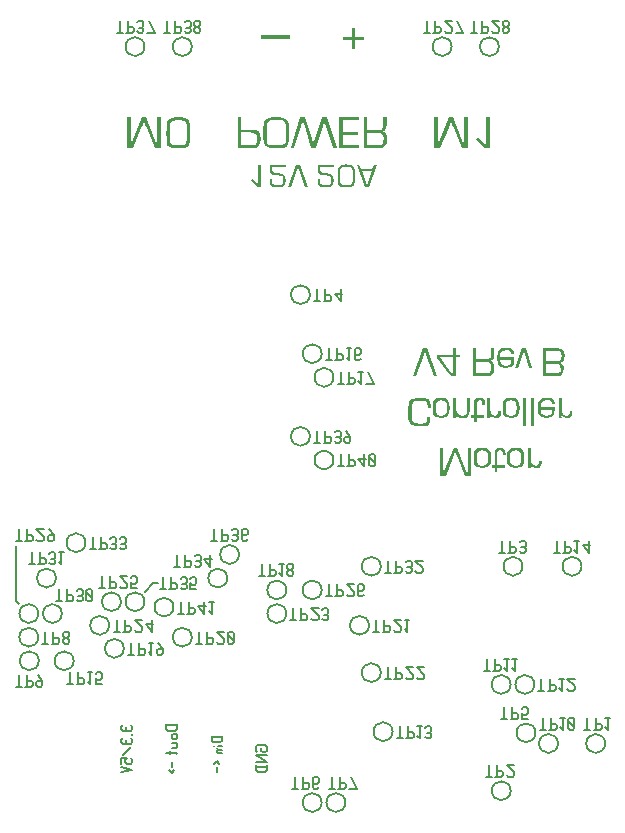
<source format=gbr>
G04 start of page 12 for group -4078 idx -4078 *
G04 Title: (unknown), bottomsilk *
G04 Creator: pcb 20140316 *
G04 CreationDate: Mon 04 Feb 2019 13:49:25 GMT UTC *
G04 For: kier *
G04 Format: Gerber/RS-274X *
G04 PCB-Dimensions (mil): 2755.91 3543.31 *
G04 PCB-Coordinate-Origin: lower left *
%MOIN*%
%FSLAX25Y25*%
%LNBOTTOMSILK*%
%ADD177C,0.0059*%
%ADD176C,0.0079*%
%ADD175C,0.0001*%
G54D175*G36*
X124642Y305596D02*Y306877D01*
X134191D01*
Y305596D01*
X124642D01*
G37*
G36*
X155073Y309459D02*X156115D01*
Y306420D01*
X159109D01*
Y305444D01*
X156115D01*
Y302407D01*
X155073D01*
Y305444D01*
X152056D01*
Y306420D01*
X155073D01*
Y309459D01*
G37*
G36*
X161795Y262216D02*X162381Y263778D01*
X163249D01*
X160493Y256378D01*
X159929D01*
Y257110D01*
X161556Y261586D01*
X159929D01*
Y262216D01*
X161795D01*
G37*
G36*
X159929Y256378D02*X159321D01*
X156608Y263778D01*
X157476D01*
X158062Y262216D01*
X159929D01*
Y261586D01*
X158301D01*
X159907Y257050D01*
X159929Y257110D01*
Y256378D01*
G37*
G36*
X162794Y275405D02*X163846D01*
X164518Y275513D01*
X164996Y275850D01*
X165289Y276403D01*
X165386Y277183D01*
Y279528D01*
X166537D01*
Y276924D01*
X166434Y276109D01*
X166130Y275507D01*
X165631Y275117D01*
X164931Y274949D01*
Y274927D01*
X165782Y274672D01*
X166320Y274211D01*
X166591Y273435D01*
X166689Y272235D01*
X166515Y270885D01*
X166016Y270000D01*
X165094Y269513D01*
X163694Y269350D01*
X162794D01*
Y270305D01*
X163715D01*
X164660Y270413D01*
X165213Y270739D01*
X165484Y271394D01*
X165582Y272540D01*
X165457Y273457D01*
X165104Y274038D01*
X164415Y274330D01*
X163325Y274428D01*
X162794D01*
Y275405D01*
G37*
G36*
X158854Y279528D02*X160005D01*
Y275405D01*
X162794D01*
Y274428D01*
X160005D01*
Y270305D01*
X162794D01*
Y269350D01*
X158854D01*
Y279528D01*
G37*
G36*
X200846Y269350D02*X199197D01*
X196377Y272409D01*
X197114Y273083D01*
X199718Y270196D01*
Y279528D01*
X200846D01*
Y269350D01*
G37*
G36*
X193625D02*X191585D01*
X188895Y275946D01*
X188460Y276989D01*
X188243Y277530D01*
X188047Y278052D01*
X188004D01*
X187810Y277530D01*
X187592Y276989D01*
X187159Y275926D01*
X184424Y269350D01*
X182449D01*
Y279528D01*
X183599D01*
Y270826D01*
X183578Y270544D01*
Y270261D01*
X183599D01*
X183686Y270500D01*
X183795Y270739D01*
X183990Y271194D01*
X187463Y279528D01*
X188613D01*
X192085Y271107D01*
X192279Y270630D01*
X192367Y270392D01*
X192453Y270153D01*
X192475D01*
Y279528D01*
X193625D01*
Y269350D01*
G37*
G36*
X153136Y256291D02*Y257007D01*
X154373Y257109D01*
X154959Y257420D01*
X155165Y258277D01*
X155241Y260067D01*
X155219Y261087D01*
X155165Y261879D01*
X155078Y262433D01*
X154959Y262757D01*
X154373Y263050D01*
X153136Y263149D01*
Y263865D01*
X154037Y263822D01*
X154753Y263691D01*
X155285Y263474D01*
X155632Y263170D01*
X155805Y262774D01*
X155935Y262122D01*
X156017Y261217D01*
X156044Y260067D01*
X156011Y258863D01*
X155930Y257930D01*
X155794Y257257D01*
X155610Y256855D01*
X155295Y256606D01*
X154780Y256431D01*
X154058Y256324D01*
X153136Y256291D01*
G37*
G36*
Y256291D02*X151508Y256427D01*
X150662Y256833D01*
X150467Y257219D01*
X150331Y257848D01*
X150250Y258711D01*
X150228Y259807D01*
X150250Y261070D01*
X150326Y262057D01*
X150456Y262757D01*
X150640Y263170D01*
X150988Y263474D01*
X151519Y263691D01*
X152235Y263822D01*
X153136Y263865D01*
Y263149D01*
X151888Y263050D01*
X151291Y262757D01*
X151096Y261879D01*
X151031Y260067D01*
X151096Y258277D01*
X151291Y257420D01*
X151888Y257109D01*
X153136Y257007D01*
Y256291D01*
G37*
G36*
X151845Y270305D02*X157227D01*
Y269350D01*
X150695D01*
Y279528D01*
X157227D01*
Y278550D01*
X151845D01*
Y274754D01*
X157010D01*
Y273777D01*
X151845D01*
Y270305D01*
G37*
G36*
X148861Y263062D02*X144347D01*
Y262822D01*
X144412Y261885D01*
X144607Y261413D01*
X145166Y261185D01*
X146300Y261022D01*
X147618Y260783D01*
X148383Y260414D01*
X148752Y259742D01*
X148883Y258635D01*
X148752Y257474D01*
X148362Y256769D01*
X147597Y256411D01*
X146344Y256291D01*
X144927Y256405D01*
X144087Y256746D01*
X143674Y257403D01*
X143544Y258505D01*
X143522Y258894D01*
X144347D01*
Y258330D01*
X144428Y257626D01*
X144694Y257246D01*
X145280Y257067D01*
X146365Y257007D01*
X147250Y257078D01*
X147754Y257289D01*
X147998Y257740D01*
X148080Y258526D01*
X148004Y259405D01*
X147797Y259872D01*
X147239Y260105D01*
X146148Y260283D01*
X144743Y260522D01*
X143978Y260849D01*
X143636Y261418D01*
X143522Y262389D01*
Y263778D01*
X148861D01*
Y263062D01*
G37*
G36*
X149843Y269350D02*X148628D01*
X146392Y276642D01*
X145785Y278638D01*
X145763D01*
X145633Y278161D01*
X145503Y277662D01*
X145199Y276685D01*
X143050Y269350D01*
X141358D01*
X139187Y276663D01*
X138905Y277662D01*
X138753Y278139D01*
X138623Y278638D01*
X138601D01*
X138450Y278139D01*
X138298Y277662D01*
X137994Y276663D01*
X135802Y269350D01*
X134630D01*
X137755Y279528D01*
X139470D01*
X141661Y272215D01*
X141922Y271281D01*
X142182Y270370D01*
X142204D01*
X142334Y270826D01*
X142464Y271281D01*
X142746Y272193D01*
X144873Y279528D01*
X146631D01*
X149843Y269350D01*
G37*
G36*
X139291Y256378D02*X137359Y261977D01*
X136990Y263105D01*
X136969D01*
X136795Y262541D01*
X136600Y261955D01*
X134625Y256378D01*
X133713D01*
X136383Y263778D01*
X137576D01*
X140180Y256378D01*
X139291D01*
G37*
G36*
X132910Y263062D02*X128396D01*
Y262822D01*
X128462Y261885D01*
X128657Y261413D01*
X129216Y261185D01*
X130350Y261022D01*
X131668Y260783D01*
X132433Y260414D01*
X132802Y259742D01*
X132932Y258635D01*
X132802Y257474D01*
X132411Y256769D01*
X131646Y256411D01*
X130393Y256291D01*
X128977Y256405D01*
X128136Y256746D01*
X127724Y257403D01*
X127594Y258505D01*
X127572Y258894D01*
X128396D01*
Y258330D01*
X128478Y257626D01*
X128744Y257246D01*
X129330Y257067D01*
X130415Y257007D01*
X131299Y257078D01*
X131804Y257289D01*
X132048Y257740D01*
X132129Y258526D01*
X132053Y259405D01*
X131847Y259872D01*
X131288Y260105D01*
X130198Y260283D01*
X128792Y260522D01*
X128028Y260849D01*
X127686Y261418D01*
X127572Y262389D01*
Y263778D01*
X132910D01*
Y263062D01*
G37*
G36*
X124555Y256378D02*X123340D01*
X121300Y258592D01*
X121821Y259091D01*
X123709Y256985D01*
Y263778D01*
X124555D01*
Y256378D01*
G37*
G36*
X129753Y269242D02*X129753Y269242D01*
Y270218D01*
X129753Y270218D01*
X131467Y270331D01*
X132422Y270674D01*
X132840Y271433D01*
X132986Y272800D01*
Y274428D01*
X132959Y275850D01*
X132878Y276940D01*
X132748Y277705D01*
X132574Y278139D01*
X132248Y278367D01*
X131668Y278530D01*
X130838Y278627D01*
X129753Y278659D01*
X129753Y278659D01*
Y279635D01*
X129753Y279635D01*
X131082Y279581D01*
X132135Y279425D01*
X132905Y279159D01*
X133399Y278790D01*
X133697Y278183D01*
X133914Y277233D01*
X134044Y275936D01*
X134093Y274298D01*
X134044Y272772D01*
X133903Y271563D01*
X133675Y270668D01*
X133355Y270088D01*
X132856Y269713D01*
X132091Y269453D01*
X131055Y269290D01*
X129753Y269242D01*
G37*
G36*
X129753Y269242D02*X128603Y269285D01*
X127648Y269426D01*
X126899Y269654D01*
X126346Y269979D01*
X125944Y270430D01*
X125662Y271043D01*
X125488Y271818D01*
X125434Y272757D01*
X125412Y273712D01*
Y274428D01*
X125450Y276018D01*
X125581Y277276D01*
X125798Y278199D01*
X126107Y278790D01*
X126601Y279159D01*
X127376Y279425D01*
X128424Y279581D01*
X129753Y279635D01*
Y278659D01*
X128668Y278627D01*
X127838Y278530D01*
X127257Y278367D01*
X126932Y278139D01*
X126747Y277705D01*
X126617Y276940D01*
X126541Y275850D01*
X126519Y274428D01*
X126541Y273018D01*
X126617Y271938D01*
X126747Y271183D01*
X126932Y270761D01*
X127257Y270522D01*
X127838Y270354D01*
X128668Y270250D01*
X129753Y270218D01*
Y269242D01*
G37*
G36*
X120709Y275513D02*X121403D01*
X122911Y275356D01*
X123855Y274883D01*
X124344Y273962D01*
X124506Y272496D01*
X124344Y270967D01*
X123877Y270022D01*
X122971Y269518D01*
X121533Y269350D01*
X120709D01*
Y270305D01*
X121099D01*
X121533Y270327D01*
X122521Y270424D01*
X123074Y270717D01*
X123318Y271379D01*
X123400Y272583D01*
X123275Y273614D01*
X122922Y274189D01*
X122130Y274450D01*
X120730Y274537D01*
X120709D01*
Y275513D01*
G37*
G36*
X116868Y279528D02*X118018D01*
Y275513D01*
X120709D01*
Y274537D01*
X118018D01*
Y270305D01*
X120709D01*
Y269350D01*
X116868D01*
Y279528D01*
G37*
G36*
X97136Y269242D02*X97136Y269242D01*
Y270218D01*
X97136Y270218D01*
X98096Y270250D01*
X98834Y270359D01*
X99355Y270533D01*
X99653Y270781D01*
X99810Y271211D01*
X99924Y271965D01*
X99995Y273033D01*
X100022Y274428D01*
X99995Y275828D01*
X99924Y276913D01*
X99810Y277672D01*
X99653Y278117D01*
X99355Y278350D01*
X98834Y278524D01*
X98096Y278622D01*
X97136Y278659D01*
X97136Y278659D01*
Y279635D01*
X97136Y279635D01*
X98373Y279577D01*
X99355Y279398D01*
X100087Y279099D01*
X100564Y278681D01*
X100809Y278139D01*
X100982Y277249D01*
X101091Y276012D01*
X101129Y274428D01*
X101091Y272772D01*
X100982Y271488D01*
X100798Y270559D01*
X100543Y270000D01*
X100109Y269665D01*
X99393Y269430D01*
X98400Y269285D01*
X97136Y269242D01*
G37*
G36*
X97136Y269242D02*X95877Y269285D01*
X94895Y269426D01*
X94184Y269654D01*
X93750Y269979D01*
X93479Y270511D01*
X93289Y271368D01*
X93175Y272550D01*
X93143Y274059D01*
X93175Y275806D01*
X93273Y277157D01*
X93446Y278117D01*
X93685Y278681D01*
X94168Y279099D01*
X94906Y279398D01*
X95893Y279577D01*
X97136Y279635D01*
Y278659D01*
X96170Y278622D01*
X95427Y278524D01*
X94911Y278350D01*
X94618Y278117D01*
X94450Y277672D01*
X94336Y276913D01*
X94271Y275828D01*
X94249Y274428D01*
X94271Y273033D01*
X94336Y271965D01*
X94450Y271211D01*
X94618Y270781D01*
X94911Y270533D01*
X95427Y270359D01*
X96170Y270250D01*
X97136Y270218D01*
Y269242D01*
G37*
G36*
X91265Y269350D02*X89226D01*
X86535Y275946D01*
X86101Y276989D01*
X85883Y277530D01*
X85688Y278052D01*
X85645D01*
X85449Y277530D01*
X85232Y276989D01*
X84798Y275926D01*
X82064Y269350D01*
X80089D01*
Y279528D01*
X81239D01*
Y270826D01*
X81218Y270544D01*
Y270261D01*
X81239D01*
X81326Y270500D01*
X81435Y270739D01*
X81630Y271194D01*
X85102Y279528D01*
X86252D01*
X89725Y271107D01*
X89920Y270630D01*
X90007Y270392D01*
X90094Y270153D01*
X90115D01*
Y279528D01*
X91265D01*
Y269350D01*
G37*
G36*
X215088Y196135D02*X214025D01*
X212918Y199672D01*
X212571Y200778D01*
X212418Y201343D01*
X212245Y201885D01*
X212224D01*
X212050Y201322D01*
X211877Y200778D01*
X211529Y199672D01*
X210379Y196135D01*
X209403D01*
X211550Y202624D01*
X212918D01*
X215088Y196135D01*
G37*
G36*
X206256Y199563D02*X209065D01*
Y199043D01*
X208920Y197517D01*
X208502Y196633D01*
X207639Y196194D01*
X206256Y196057D01*
Y196829D01*
X207189Y196911D01*
X207742Y197155D01*
X207997Y197648D01*
X208089Y198522D01*
Y198826D01*
X206256D01*
Y199563D01*
G37*
G36*
X208089Y200671D02*Y200865D01*
X207997Y201419D01*
X207742Y201733D01*
X207204Y201880D01*
X206267Y201928D01*
X206256Y201927D01*
Y202704D01*
X206310Y202709D01*
X207611Y202613D01*
X208459Y202320D01*
X208909Y201761D01*
X209065Y200909D01*
Y200671D01*
X208089D01*
G37*
G36*
X206256Y201927D02*X205268Y201826D01*
X204725Y201517D01*
X204482Y200811D01*
X204400Y199563D01*
X206256D01*
Y198826D01*
X204422D01*
X204503Y197789D01*
X204747Y197198D01*
X205290Y196922D01*
X206245Y196828D01*
X206256Y196829D01*
Y196057D01*
X206159Y196048D01*
X204790Y196215D01*
X203966Y196720D01*
X203538Y197691D01*
X203402Y199302D01*
X203532Y201044D01*
X203945Y202059D01*
X204813Y202548D01*
X206256Y202704D01*
Y201927D01*
G37*
G36*
X198916Y198869D02*X199870D01*
X200484Y198967D01*
X200922Y199276D01*
X201188Y199781D01*
X201281Y200496D01*
Y202624D01*
X202322D01*
Y200257D01*
X202225Y199509D01*
X201947Y198962D01*
X201486Y198609D01*
X200846Y198456D01*
Y198435D01*
X201622Y198213D01*
X202106Y197806D01*
X202360Y197094D01*
X202453Y196004D01*
X202295Y194767D01*
X201845Y193965D01*
X201010Y193509D01*
X199739Y193356D01*
X198916D01*
Y194246D01*
X199739D01*
X200613Y194344D01*
X201128Y194637D01*
X201372Y195228D01*
X201454Y196265D01*
X201341Y197106D01*
X201020Y197631D01*
X200390Y197909D01*
X199392Y198001D01*
X198916D01*
Y198869D01*
G37*
G36*
X195335Y202624D02*X196377D01*
Y198869D01*
X198916D01*
Y198001D01*
X196377D01*
Y194246D01*
X198916D01*
Y193356D01*
X195335D01*
Y202624D01*
G37*
G36*
X189535Y193356D02*X187907D01*
X186334Y195375D01*
Y196804D01*
X188471Y194030D01*
X188493D01*
Y199606D01*
X186334D01*
Y200496D01*
X188493D01*
Y202624D01*
X189535D01*
Y200496D01*
X190924D01*
Y199606D01*
X189535D01*
Y193356D01*
G37*
G36*
X186334Y195375D02*X183306Y199259D01*
Y200496D01*
X186334D01*
Y199606D01*
X184174D01*
X186334Y196804D01*
Y195375D01*
G37*
G36*
X182205Y193356D02*X179775Y200367D01*
X179319Y201777D01*
X179275D01*
X179058Y201061D01*
X178820Y200367D01*
X176346Y193356D01*
X175239D01*
X178537Y202624D01*
X180035D01*
X183312Y193356D01*
X182205D01*
G37*
G36*
X222321Y202622D02*X223276D01*
X224486Y202476D01*
X225273Y202036D01*
X225712Y201212D01*
X225858Y199953D01*
X225766Y199134D01*
X225490Y198499D01*
X225034Y198049D01*
X224404Y197783D01*
Y197761D01*
X224914Y197484D01*
X225283Y197067D01*
X225500Y196508D01*
X225576Y195808D01*
X225446Y194565D01*
X225056Y193833D01*
X224231Y193475D01*
X222820Y193356D01*
X222321D01*
Y194245D01*
X222799D01*
X223721Y194316D01*
X224253Y194527D01*
X224497Y194956D01*
X224578Y195721D01*
X224480Y196616D01*
X224209Y197132D01*
X223596Y197361D01*
X222516Y197435D01*
X222321D01*
Y198325D01*
X222473D01*
X223797Y198396D01*
X224491Y198607D01*
X224763Y199117D01*
X224860Y200126D01*
X224763Y200951D01*
X224491Y201429D01*
X223911Y201656D01*
X222929Y201732D01*
X222321D01*
Y202622D01*
G37*
G36*
X218740D02*X222321D01*
Y201732D01*
X219782D01*
Y198325D01*
X222321D01*
Y197435D01*
X219782D01*
Y194245D01*
X222321D01*
Y193356D01*
X218740D01*
Y202622D01*
G37*
G36*
X223931Y179467D02*Y185956D01*
X224886D01*
Y182072D01*
X224984Y181215D01*
X225277Y180607D01*
X225777Y180239D01*
X226471Y180119D01*
X227279Y180369D01*
X227556Y181117D01*
X227534Y181443D01*
X227513Y181617D01*
X228445D01*
Y181161D01*
X228331Y180352D01*
X227995Y179778D01*
X227442Y179430D01*
X226666Y179315D01*
X225543Y179550D01*
X224799Y180250D01*
X224778Y180228D01*
X224886Y179467D01*
X223931D01*
G37*
G36*
X219813Y182896D02*X222624D01*
Y182376D01*
X222478Y180852D01*
X222060Y179967D01*
X221197Y179528D01*
X219813Y179391D01*
Y180163D01*
X220746Y180243D01*
X221300Y180487D01*
X221556Y180981D01*
X221647Y181854D01*
Y182159D01*
X219813D01*
Y182896D01*
G37*
G36*
X221647Y184004D02*Y184198D01*
X221556Y184752D01*
X221300Y185067D01*
X220763Y185213D01*
X219824Y185263D01*
X219813Y185261D01*
Y186037D01*
X219868Y186043D01*
X221170Y185946D01*
X222017Y185652D01*
X222467Y185093D01*
X222624Y184243D01*
Y184004D01*
X221647D01*
G37*
G36*
X219813Y185261D02*X218827Y185159D01*
X218284Y184850D01*
X218039Y184144D01*
X217959Y182896D01*
X219813D01*
Y182159D01*
X217979D01*
X218061Y181122D01*
X218306Y180531D01*
X218847Y180254D01*
X219803Y180163D01*
X219813Y180163D01*
Y179391D01*
X219715Y179381D01*
X218349Y179550D01*
X217524Y180054D01*
X217096Y181024D01*
X216960Y182637D01*
X217090Y184378D01*
X217503Y185393D01*
X218371Y185881D01*
X219813Y186037D01*
Y185261D01*
G37*
G36*
X215560Y176689D02*X214606D01*
Y185956D01*
X215560D01*
Y176689D01*
G37*
G36*
X213699Y162801D02*Y169289D01*
X214654D01*
Y165404D01*
X214752Y164548D01*
X215045Y163941D01*
X215543Y163572D01*
X216238Y163452D01*
X217046Y163702D01*
X217324Y164451D01*
X217302Y164776D01*
X217279Y164950D01*
X218213D01*
Y164493D01*
X218099Y163685D01*
X217763Y163111D01*
X217210Y162763D01*
X216434Y162650D01*
X215310Y162883D01*
X214567Y163583D01*
X214546Y163561D01*
X214654Y162801D01*
X213699D01*
G37*
G36*
X209538Y162715D02*X209538Y162715D01*
Y163496D01*
X209538Y163496D01*
X210553Y163598D01*
X211100Y163907D01*
X211322Y164651D01*
X211404Y166056D01*
X211322Y167446D01*
X211100Y168183D01*
X210553Y168493D01*
X209538Y168596D01*
X209538Y168596D01*
Y169378D01*
X209538Y169378D01*
X211014Y169224D01*
X211860Y168769D01*
X212261Y167776D01*
X212403Y166056D01*
X212261Y164326D01*
X211860Y163343D01*
X211014Y162872D01*
X209538Y162715D01*
G37*
G36*
X209538Y162715D02*X208046Y162872D01*
X207195Y163343D01*
X206803Y164326D01*
X206674Y166056D01*
X206803Y167776D01*
X207195Y168769D01*
X208046Y169224D01*
X209538Y169378D01*
Y168596D01*
X208513Y168493D01*
X207975Y168183D01*
X207742Y167446D01*
X207671Y166056D01*
X207742Y164651D01*
X207975Y163907D01*
X208513Y163598D01*
X209538Y163496D01*
Y162715D01*
G37*
G36*
X205946Y162801D02*X203450D01*
Y161239D01*
X202496D01*
Y162801D01*
X201606D01*
Y163583D01*
X202496D01*
Y167793D01*
X202610Y168481D01*
X202968Y168980D01*
X203554Y169274D01*
X204384Y169378D01*
X205171Y169257D01*
X205729Y168900D01*
X206071Y168302D01*
X206185Y167467D01*
Y166989D01*
X205317D01*
X205295Y167357D01*
Y167661D01*
X205057Y168361D01*
X204363Y168596D01*
X203678Y168335D01*
X203450Y167554D01*
Y163583D01*
X205946D01*
Y162801D01*
G37*
G36*
X198444Y169378D02*X199918Y169224D01*
X200766Y168769D01*
X201167Y167776D01*
X201307Y166056D01*
X201167Y164326D01*
X200766Y163343D01*
X199918Y162872D01*
X198444Y162715D01*
Y163496D01*
X199457Y163598D01*
X200006Y163907D01*
X200228Y164651D01*
X200310Y166056D01*
X200228Y167446D01*
X200006Y168183D01*
X199457Y168493D01*
X198444Y168596D01*
Y169378D01*
G37*
G36*
X198443Y162715D02*X196952Y162872D01*
X196099Y163343D01*
X195709Y164326D01*
X195578Y166056D01*
X195709Y167776D01*
X196099Y168769D01*
X196952Y169224D01*
X198443Y169378D01*
X198444Y169378D01*
Y168596D01*
X198443Y168596D01*
X197418Y168493D01*
X196881Y168183D01*
X196647Y167446D01*
X196577Y166056D01*
X196647Y164651D01*
X196881Y163907D01*
X197418Y163598D01*
X198443Y163496D01*
X198444Y163496D01*
Y162715D01*
X198443Y162715D01*
G37*
G36*
X194542Y160022D02*X192697D01*
X190246Y166035D01*
X189854Y166989D01*
X189660Y167467D01*
X189464Y167943D01*
X189442D01*
X189052Y166989D01*
X188661Y166013D01*
X186188Y160022D01*
X184386D01*
Y169289D01*
X185428D01*
Y161369D01*
X185406Y161107D01*
Y160871D01*
X185428D01*
X185514Y161087D01*
X185602Y161304D01*
X185775Y161717D01*
X188943Y169289D01*
X189985D01*
X193132Y161630D01*
X193327Y161196D01*
X193392Y160978D01*
X193479Y160761D01*
X193500D01*
Y169289D01*
X194542D01*
Y160022D01*
G37*
G36*
X213038Y176689D02*X212082D01*
Y185956D01*
X213038D01*
Y176689D01*
G37*
G36*
X208025Y186043D02*X209500Y185891D01*
X210346Y185435D01*
X210747Y184443D01*
X210889Y182724D01*
X210747Y180993D01*
X210346Y180011D01*
X209500Y179539D01*
X208025Y179382D01*
Y180163D01*
X209039Y180265D01*
X209586Y180574D01*
X209809Y181317D01*
X209891Y182724D01*
X209809Y184111D01*
X209586Y184850D01*
X209039Y185159D01*
X208025Y185262D01*
Y186043D01*
G37*
G36*
X208024Y179381D02*X206532Y179539D01*
X205681Y180011D01*
X205290Y180993D01*
X205160Y182724D01*
X205290Y184443D01*
X205681Y185435D01*
X206532Y185891D01*
X208024Y186043D01*
X208025Y186043D01*
Y185262D01*
X208024Y185263D01*
X206999Y185159D01*
X206461Y184850D01*
X206228Y184111D01*
X206159Y182724D01*
X206228Y181317D01*
X206461Y180574D01*
X206999Y180265D01*
X208024Y180163D01*
X208025Y180163D01*
Y179382D01*
X208024Y179381D01*
G37*
G36*
X200131Y179467D02*Y185956D01*
X201085D01*
Y182072D01*
X201184Y181215D01*
X201475Y180607D01*
X201975Y180239D01*
X202670Y180119D01*
X203478Y180369D01*
X203754Y181117D01*
X203732Y181443D01*
X203711Y181617D01*
X204645D01*
Y181161D01*
X204531Y180352D01*
X204195Y179778D01*
X203641Y179430D01*
X202864Y179315D01*
X201742Y179550D01*
X200999Y180250D01*
X200977Y180228D01*
X201085Y179467D01*
X200131D01*
G37*
G36*
X199127D02*X196631D01*
Y177906D01*
X195677D01*
Y179467D01*
X194786D01*
Y180250D01*
X195677D01*
Y184459D01*
X195791Y185148D01*
X196149Y185648D01*
X196734Y185941D01*
X197564Y186043D01*
X198350Y185924D01*
X198910Y185565D01*
X199252Y184970D01*
X199365Y184133D01*
Y183656D01*
X198497D01*
X198475Y184026D01*
Y184328D01*
X198236Y185028D01*
X197542Y185263D01*
X196859Y185002D01*
X196631Y184220D01*
Y180250D01*
X199127D01*
Y179467D01*
G37*
G36*
X188797D02*Y185956D01*
X189752D01*
Y182051D01*
X189871Y181220D01*
X190246Y180635D01*
X190870Y180276D01*
X191749Y180163D01*
X192513Y180239D01*
X192985Y180467D01*
X193229Y180883D01*
X193311Y181572D01*
Y185956D01*
X194243D01*
Y181746D01*
X194114Y180585D01*
X193745Y179881D01*
X193034Y179506D01*
X191878Y179381D01*
X191097Y179441D01*
X190478Y179631D01*
X190022Y179939D01*
X189729Y180380D01*
X189686Y180357D01*
X189729Y179467D01*
X188797D01*
G37*
G36*
X184745Y179381D02*X184744Y179382D01*
Y180163D01*
X184745Y180163D01*
X185759Y180265D01*
X186307Y180574D01*
X186529Y181317D01*
X186610Y182724D01*
X186529Y184111D01*
X186307Y184850D01*
X185759Y185159D01*
X184745Y185263D01*
X184744Y185262D01*
Y186043D01*
X184745Y186043D01*
X186220Y185891D01*
X187066Y185435D01*
X187468Y184443D01*
X187609Y182724D01*
X187468Y180993D01*
X187066Y180011D01*
X186220Y179539D01*
X184745Y179381D01*
G37*
G36*
X184744Y179382D02*X183252Y179539D01*
X182400Y180011D01*
X182010Y180993D01*
X181880Y182724D01*
X182010Y184443D01*
X182400Y185435D01*
X183252Y185891D01*
X184744Y186043D01*
Y185262D01*
X183719Y185159D01*
X183182Y184850D01*
X182948Y184111D01*
X182878Y182724D01*
X182948Y181317D01*
X183182Y180574D01*
X183719Y180265D01*
X184744Y180163D01*
Y179382D01*
G37*
G36*
X180203Y182854D02*X180225Y183417D01*
X180111Y184372D01*
X179769Y184893D01*
X178961Y185104D01*
X177469Y185176D01*
X176590Y185131D01*
X175922Y185007D01*
X175451Y184796D01*
X175190Y184502D01*
X175044Y183965D01*
X174946Y183022D01*
X174881Y181671D01*
X174865Y179924D01*
X174978Y178561D01*
X175342Y177861D01*
X176275Y177585D01*
X178098Y177493D01*
X179129Y177574D01*
X179726Y177819D01*
X179997Y178328D01*
X180095Y179251D01*
Y179533D01*
X181136D01*
Y179272D01*
X180974Y177965D01*
X180507Y177167D01*
X179601Y176744D01*
X178120Y176604D01*
X176932Y176635D01*
X175971Y176744D01*
X175239Y176917D01*
X174734Y177167D01*
X174186Y177700D01*
X173910Y178296D01*
X173812Y179354D01*
X173780Y181313D01*
X173817Y182713D01*
X173931Y183830D01*
X174127Y184665D01*
X174409Y185219D01*
X174827Y185576D01*
X175456Y185837D01*
X176302Y185989D01*
X177360Y186043D01*
X178537Y186011D01*
X179465Y185930D01*
X180149Y185783D01*
X180594Y185587D01*
X181082Y184757D01*
X181245Y183222D01*
Y182854D01*
X180203D01*
G37*
G54D176*X43110Y136811D02*Y118307D01*
X44094Y117323D01*
X90157Y124213D02*X88780D01*
X85827Y121260D01*
G54D177*X78515Y76969D02*X78065Y76519D01*
Y75619D02*Y76519D01*
Y75619D02*X78515Y75169D01*
X81665Y75619D02*X81215Y75169D01*
X81665Y75619D02*Y76519D01*
X81215Y76969D02*X81665Y76519D01*
X79685Y75619D02*Y76519D01*
X78515Y75169D02*X79235D01*
X80135D02*X81215D01*
X80135D02*X79685Y75619D01*
X79235Y75169D02*X79685Y75619D01*
X81665Y73639D02*Y74089D01*
X78515Y72558D02*X78065Y72108D01*
Y71208D02*Y72108D01*
Y71208D02*X78515Y70758D01*
X81665Y71208D02*X81215Y70758D01*
X81665Y71208D02*Y72108D01*
X81215Y72558D02*X81665Y72108D01*
X79685Y71208D02*Y72108D01*
X78515Y70758D02*X79235D01*
X80135D02*X81215D01*
X80135D02*X79685Y71208D01*
X79235Y70758D02*X79685Y71208D01*
X81215Y69678D02*X78515Y66978D01*
X78065Y64098D02*Y65898D01*
X79865D01*
X79415Y65448D01*
Y64548D02*Y65448D01*
Y64548D02*X79865Y64098D01*
X81215D01*
X81665Y64548D02*X81215Y64098D01*
X81665Y64548D02*Y65448D01*
X81215Y65898D02*X81665Y65448D01*
X78065Y63018D02*X81665Y62118D01*
X78065Y61218D01*
X93026Y76912D02*X96626D01*
X93026Y75742D02*X93656Y75112D01*
X95996D01*
X96626Y75742D02*X95996Y75112D01*
X96626Y75742D02*Y77362D01*
X93026Y75742D02*Y77362D01*
X95276Y74032D02*X96176D01*
X95276D02*X94826Y73582D01*
Y72682D02*Y73582D01*
Y72682D02*X95276Y72232D01*
X96176D01*
X96626Y72682D02*X96176Y72232D01*
X96626Y72682D02*Y73582D01*
X96176Y74032D02*X96626Y73582D01*
X94826Y71152D02*X96176D01*
X96626Y70702D01*
Y69802D02*Y70702D01*
Y69802D02*X96176Y69352D01*
X94826D02*X96176D01*
X93026Y67822D02*X96176D01*
X96626Y67372D01*
X94376D02*Y68272D01*
X94826Y63052D02*Y64852D01*
X93926Y61972D02*X94826Y61072D01*
X95726Y61972D02*X94826Y61072D01*
X108163Y72985D02*X111683D01*
X108163Y71841D02*X108779Y71225D01*
X111067D01*
X111683Y71841D02*X111067Y71225D01*
X111683Y71841D02*Y73425D01*
X108163Y71841D02*Y73425D01*
X109043Y70169D02*X109131D01*
X110363D02*X111683D01*
X110363Y68849D02*X111683D01*
X110363D02*X109923Y68409D01*
Y67969D02*Y68409D01*
Y67969D02*X110363Y67529D01*
X111683D01*
X109923Y69289D02*X110363Y68849D01*
X109923Y64889D02*X109043Y64009D01*
X109923Y64889D02*X110803Y64009D01*
X109923Y61193D02*Y62953D01*
X122947Y68476D02*X123397Y68026D01*
X122947Y68476D02*Y69826D01*
X123397Y70276D02*X122947Y69826D01*
X123397Y70276D02*X126097D01*
X126547Y69826D01*
Y68476D02*Y69826D01*
Y68476D02*X126097Y68026D01*
X125197D02*X126097D01*
X124747Y68476D02*X125197Y68026D01*
X124747Y68476D02*Y69376D01*
X122947Y66946D02*X126547D01*
X122947D02*X126547Y64696D01*
X122947D02*X126547D01*
X122947Y63166D02*X126547D01*
X122947Y61996D02*X123577Y61366D01*
X125917D01*
X126547Y61996D02*X125917Y61366D01*
X126547Y61996D02*Y63616D01*
X122947Y61996D02*Y63616D01*
G54D176*X134646Y173228D02*G75*G03X134646Y173228I3150J0D01*G01*
X142520Y165354D02*G75*G03X142520Y165354I3150J0D01*G01*
X111024Y133858D02*G75*G03X111024Y133858I3150J0D01*G01*
X107087Y125984D02*G75*G03X107087Y125984I3150J0D01*G01*
X59843Y137795D02*G75*G03X59843Y137795I3150J0D01*G01*
X50000Y125984D02*G75*G03X50000Y125984I3150J0D01*G01*
X51969Y114173D02*G75*G03X51969Y114173I3150J0D01*G01*
X44094D02*G75*G03X44094Y114173I3150J0D01*G01*
X89173Y116339D02*G75*G03X89173Y116339I3150J0D01*G01*
X95276Y303150D02*G75*G03X95276Y303150I3150J0D01*G01*
X79528D02*G75*G03X79528Y303150I3150J0D01*G01*
X197638D02*G75*G03X197638Y303150I3150J0D01*G01*
X181890D02*G75*G03X181890Y303150I3150J0D01*G01*
X134646Y220472D02*G75*G03X134646Y220472I3150J0D01*G01*
X138583Y200787D02*G75*G03X138583Y200787I3150J0D01*G01*
X142520Y192913D02*G75*G03X142520Y192913I3150J0D01*G01*
X138583Y122047D02*G75*G03X138583Y122047I3150J0D01*G01*
X126772D02*G75*G03X126772Y122047I3150J0D01*G01*
X95276Y106299D02*G75*G03X95276Y106299I3150J0D01*G01*
X126772Y114173D02*G75*G03X126772Y114173I3150J0D01*G01*
X55906Y98425D02*G75*G03X55906Y98425I3150J0D01*G01*
X79528Y118110D02*G75*G03X79528Y118110I3150J0D01*G01*
X44094Y106299D02*G75*G03X44094Y106299I3150J0D01*G01*
X71654Y118110D02*G75*G03X71654Y118110I3150J0D01*G01*
X67717Y110236D02*G75*G03X67717Y110236I3150J0D01*G01*
X72638Y102559D02*G75*G03X72638Y102559I3150J0D01*G01*
X44291Y98425D02*G75*G03X44291Y98425I3150J0D01*G01*
X146457Y51181D02*G75*G03X146457Y51181I3150J0D01*G01*
X138583D02*G75*G03X138583Y51181I3150J0D01*G01*
X209843Y74409D02*G75*G03X209843Y74409I3150J0D01*G01*
X217323Y70866D02*G75*G03X217323Y70866I3150J0D01*G01*
X233071D02*G75*G03X233071Y70866I3150J0D01*G01*
X201575Y55118D02*G75*G03X201575Y55118I3150J0D01*G01*
X209449Y90551D02*G75*G03X209449Y90551I3150J0D01*G01*
X201575D02*G75*G03X201575Y90551I3150J0D01*G01*
X225197Y129921D02*G75*G03X225197Y129921I3150J0D01*G01*
X205512D02*G75*G03X205512Y129921I3150J0D01*G01*
X158268Y94488D02*G75*G03X158268Y94488I3150J0D01*G01*
X162205Y74803D02*G75*G03X162205Y74803I3150J0D01*G01*
X158268Y129921D02*G75*G03X158268Y129921I3150J0D01*G01*
X154331Y110236D02*G75*G03X154331Y110236I3150J0D01*G01*
G54D177*X142323Y218323D02*X144323D01*
X143323D02*Y222323D01*
X146023Y218323D02*Y222323D01*
X145523Y218323D02*X147523D01*
X148023Y218823D01*
Y219823D01*
X147523Y220323D02*X148023Y219823D01*
X146023Y220323D02*X147523D01*
X149223Y220823D02*X151223Y218323D01*
X149223Y220823D02*X151723D01*
X151223Y218323D02*Y222323D01*
X150197Y190764D02*X152197D01*
X151197D02*Y194764D01*
X153897Y190764D02*Y194764D01*
X153397Y190764D02*X155397D01*
X155897Y191264D01*
Y192264D01*
X155397Y192764D02*X155897Y192264D01*
X153897Y192764D02*X155397D01*
X157097Y191564D02*X157897Y190764D01*
Y194764D01*
X157097D02*X158597D01*
X160297D02*X162297Y190764D01*
X159797D02*X162297D01*
X146260Y198638D02*X148260D01*
X147260D02*Y202638D01*
X149960Y198638D02*Y202638D01*
X149460Y198638D02*X151460D01*
X151960Y199138D01*
Y200138D01*
X151460Y200638D02*X151960Y200138D01*
X149960Y200638D02*X151460D01*
X153160Y199438D02*X153960Y198638D01*
Y202638D01*
X153160D02*X154660D01*
X157360Y198638D02*X157860Y199138D01*
X156360Y198638D02*X157360D01*
X155860Y199138D02*X156360Y198638D01*
X155860Y199138D02*Y202138D01*
X156360Y202638D01*
X157360Y200438D02*X157860Y200938D01*
X155860Y200438D02*X157360D01*
X156360Y202638D02*X157360D01*
X157860Y202138D01*
Y200938D02*Y202138D01*
X142323Y171079D02*X144323D01*
X143323D02*Y175079D01*
X146023Y171079D02*Y175079D01*
X145523Y171079D02*X147523D01*
X148023Y171579D01*
Y172579D01*
X147523Y173079D02*X148023Y172579D01*
X146023Y173079D02*X147523D01*
X149223Y171579D02*X149723Y171079D01*
X150723D01*
X151223Y171579D01*
X150723Y175079D02*X151223Y174579D01*
X149723Y175079D02*X150723D01*
X149223Y174579D02*X149723Y175079D01*
Y172879D02*X150723D01*
X151223Y171579D02*Y172379D01*
Y173379D02*Y174579D01*
Y173379D02*X150723Y172879D01*
X151223Y172379D02*X150723Y172879D01*
X152923Y175079D02*X154423Y173079D01*
Y171579D02*Y173079D01*
X153923Y171079D02*X154423Y171579D01*
X152923Y171079D02*X153923D01*
X152423Y171579D02*X152923Y171079D01*
X152423Y171579D02*Y172579D01*
X152923Y173079D01*
X154423D01*
X92323Y307693D02*X94323D01*
X93323D02*Y311693D01*
X96023Y307693D02*Y311693D01*
X95523Y307693D02*X97523D01*
X98023Y308193D01*
Y309193D01*
X97523Y309693D02*X98023Y309193D01*
X96023Y309693D02*X97523D01*
X99223Y308193D02*X99723Y307693D01*
X100723D01*
X101223Y308193D01*
X100723Y311693D02*X101223Y311193D01*
X99723Y311693D02*X100723D01*
X99223Y311193D02*X99723Y311693D01*
Y309493D02*X100723D01*
X101223Y308193D02*Y308993D01*
Y309993D02*Y311193D01*
Y309993D02*X100723Y309493D01*
X101223Y308993D02*X100723Y309493D01*
X102423Y311193D02*X102923Y311693D01*
X102423Y310393D02*Y311193D01*
Y310393D02*X103123Y309693D01*
X103723D01*
X104423Y310393D01*
Y311193D01*
X103923Y311693D02*X104423Y311193D01*
X102923Y311693D02*X103923D01*
X102423Y308993D02*X103123Y309693D01*
X102423Y308193D02*Y308993D01*
Y308193D02*X102923Y307693D01*
X103923D01*
X104423Y308193D01*
Y308993D01*
X103723Y309693D02*X104423Y308993D01*
X76575Y307693D02*X78575D01*
X77575D02*Y311693D01*
X80275Y307693D02*Y311693D01*
X79775Y307693D02*X81775D01*
X82275Y308193D01*
Y309193D01*
X81775Y309693D02*X82275Y309193D01*
X80275Y309693D02*X81775D01*
X83475Y308193D02*X83975Y307693D01*
X84975D01*
X85475Y308193D01*
X84975Y311693D02*X85475Y311193D01*
X83975Y311693D02*X84975D01*
X83475Y311193D02*X83975Y311693D01*
Y309493D02*X84975D01*
X85475Y308193D02*Y308993D01*
Y309993D02*Y311193D01*
Y309993D02*X84975Y309493D01*
X85475Y308993D02*X84975Y309493D01*
X87175Y311693D02*X89175Y307693D01*
X86675D02*X89175D01*
X222244Y134465D02*X224244D01*
X223244D02*Y138465D01*
X225944Y134465D02*Y138465D01*
X225444Y134465D02*X227444D01*
X227944Y134965D01*
Y135965D01*
X227444Y136465D02*X227944Y135965D01*
X225944Y136465D02*X227444D01*
X229144Y135265D02*X229944Y134465D01*
Y138465D01*
X229144D02*X230644D01*
X231844Y136965D02*X233844Y134465D01*
X231844Y136965D02*X234344D01*
X233844Y134465D02*Y138465D01*
X165945Y127772D02*X167945D01*
X166945D02*Y131772D01*
X169645Y127772D02*Y131772D01*
X169145Y127772D02*X171145D01*
X171645Y128272D01*
Y129272D01*
X171145Y129772D02*X171645Y129272D01*
X169645Y129772D02*X171145D01*
X172845Y128272D02*X173345Y127772D01*
X174345D01*
X174845Y128272D01*
X174345Y131772D02*X174845Y131272D01*
X173345Y131772D02*X174345D01*
X172845Y131272D02*X173345Y131772D01*
Y129572D02*X174345D01*
X174845Y128272D02*Y129072D01*
Y130072D02*Y131272D01*
Y130072D02*X174345Y129572D01*
X174845Y129072D02*X174345Y129572D01*
X176045Y128272D02*X176545Y127772D01*
X178045D01*
X178545Y128272D01*
Y129272D01*
X176045Y131772D02*X178545Y129272D01*
X176045Y131772D02*X178545D01*
X203937Y134465D02*X205937D01*
X204937D02*Y138465D01*
X207637Y134465D02*Y138465D01*
X207137Y134465D02*X209137D01*
X209637Y134965D01*
Y135965D01*
X209137Y136465D02*X209637Y135965D01*
X207637Y136465D02*X209137D01*
X210837Y134965D02*X211337Y134465D01*
X212337D01*
X212837Y134965D01*
X212337Y138465D02*X212837Y137965D01*
X211337Y138465D02*X212337D01*
X210837Y137965D02*X211337Y138465D01*
Y136265D02*X212337D01*
X212837Y134965D02*Y135765D01*
Y136765D02*Y137965D01*
Y136765D02*X212337Y136265D01*
X212837Y135765D02*X212337Y136265D01*
X150197Y163205D02*X152197D01*
X151197D02*Y167205D01*
X153897Y163205D02*Y167205D01*
X153397Y163205D02*X155397D01*
X155897Y163705D01*
Y164705D01*
X155397Y165205D02*X155897Y164705D01*
X153897Y165205D02*X155397D01*
X157097Y165705D02*X159097Y163205D01*
X157097Y165705D02*X159597D01*
X159097Y163205D02*Y167205D01*
X160797Y166705D02*X161297Y167205D01*
X160797Y163705D02*Y166705D01*
Y163705D02*X161297Y163205D01*
X162297D01*
X162797Y163705D01*
Y166705D01*
X162297Y167205D02*X162797Y166705D01*
X161297Y167205D02*X162297D01*
X160797Y166205D02*X162797Y164205D01*
X194685Y307693D02*X196685D01*
X195685D02*Y311693D01*
X198385Y307693D02*Y311693D01*
X197885Y307693D02*X199885D01*
X200385Y308193D01*
Y309193D01*
X199885Y309693D02*X200385Y309193D01*
X198385Y309693D02*X199885D01*
X201585Y308193D02*X202085Y307693D01*
X203585D01*
X204085Y308193D01*
Y309193D01*
X201585Y311693D02*X204085Y309193D01*
X201585Y311693D02*X204085D01*
X205285Y311193D02*X205785Y311693D01*
X205285Y310393D02*Y311193D01*
Y310393D02*X205985Y309693D01*
X206585D01*
X207285Y310393D01*
Y311193D01*
X206785Y311693D02*X207285Y311193D01*
X205785Y311693D02*X206785D01*
X205285Y308993D02*X205985Y309693D01*
X205285Y308193D02*Y308993D01*
Y308193D02*X205785Y307693D01*
X206785D01*
X207285Y308193D01*
Y308993D01*
X206585Y309693D02*X207285Y308993D01*
X178937Y307693D02*X180937D01*
X179937D02*Y311693D01*
X182637Y307693D02*Y311693D01*
X182137Y307693D02*X184137D01*
X184637Y308193D01*
Y309193D01*
X184137Y309693D02*X184637Y309193D01*
X182637Y309693D02*X184137D01*
X185837Y308193D02*X186337Y307693D01*
X187837D01*
X188337Y308193D01*
Y309193D01*
X185837Y311693D02*X188337Y309193D01*
X185837Y311693D02*X188337D01*
X190037D02*X192037Y307693D01*
X189537D02*X192037D01*
X108071Y138402D02*X110071D01*
X109071D02*Y142402D01*
X111771Y138402D02*Y142402D01*
X111271Y138402D02*X113271D01*
X113771Y138902D01*
Y139902D01*
X113271Y140402D02*X113771Y139902D01*
X111771Y140402D02*X113271D01*
X114971Y138902D02*X115471Y138402D01*
X116471D01*
X116971Y138902D01*
X116471Y142402D02*X116971Y141902D01*
X115471Y142402D02*X116471D01*
X114971Y141902D02*X115471Y142402D01*
Y140202D02*X116471D01*
X116971Y138902D02*Y139702D01*
Y140702D02*Y141902D01*
Y140702D02*X116471Y140202D01*
X116971Y139702D02*X116471Y140202D01*
X119671Y138402D02*X120171Y138902D01*
X118671Y138402D02*X119671D01*
X118171Y138902D02*X118671Y138402D01*
X118171Y138902D02*Y141902D01*
X118671Y142402D01*
X119671Y140202D02*X120171Y140702D01*
X118171Y140202D02*X119671D01*
X118671Y142402D02*X119671D01*
X120171Y141902D01*
Y140702D02*Y141902D01*
X90945Y122260D02*X92945D01*
X91945D02*Y126260D01*
X94645Y122260D02*Y126260D01*
X94145Y122260D02*X96145D01*
X96645Y122760D01*
Y123760D01*
X96145Y124260D02*X96645Y123760D01*
X94645Y124260D02*X96145D01*
X97845Y122760D02*X98345Y122260D01*
X99345D01*
X99845Y122760D01*
X99345Y126260D02*X99845Y125760D01*
X98345Y126260D02*X99345D01*
X97845Y125760D02*X98345Y126260D01*
Y124060D02*X99345D01*
X99845Y122760D02*Y123560D01*
Y124560D02*Y125760D01*
Y124560D02*X99345Y124060D01*
X99845Y123560D02*X99345Y124060D01*
X101045Y122260D02*X103045D01*
X101045D02*Y124260D01*
X101545Y123760D01*
X102545D01*
X103045Y124260D01*
Y125760D01*
X102545Y126260D02*X103045Y125760D01*
X101545Y126260D02*X102545D01*
X101045Y125760D02*X101545Y126260D01*
X95669Y129740D02*X97669D01*
X96669D02*Y133740D01*
X99369Y129740D02*Y133740D01*
X98869Y129740D02*X100869D01*
X101369Y130240D01*
Y131240D01*
X100869Y131740D02*X101369Y131240D01*
X99369Y131740D02*X100869D01*
X102569Y130240D02*X103069Y129740D01*
X104069D01*
X104569Y130240D01*
X104069Y133740D02*X104569Y133240D01*
X103069Y133740D02*X104069D01*
X102569Y133240D02*X103069Y133740D01*
Y131540D02*X104069D01*
X104569Y130240D02*Y131040D01*
Y132040D02*Y133240D01*
Y132040D02*X104069Y131540D01*
X104569Y131040D02*X104069Y131540D01*
X105769Y132240D02*X107769Y129740D01*
X105769Y132240D02*X108269D01*
X107769Y129740D02*Y133740D01*
X146260Y119898D02*X148260D01*
X147260D02*Y123898D01*
X149960Y119898D02*Y123898D01*
X149460Y119898D02*X151460D01*
X151960Y120398D01*
Y121398D01*
X151460Y121898D02*X151960Y121398D01*
X149960Y121898D02*X151460D01*
X153160Y120398D02*X153660Y119898D01*
X155160D01*
X155660Y120398D01*
Y121398D01*
X153160Y123898D02*X155660Y121398D01*
X153160Y123898D02*X155660D01*
X158360Y119898D02*X158860Y120398D01*
X157360Y119898D02*X158360D01*
X156860Y120398D02*X157360Y119898D01*
X156860Y120398D02*Y123398D01*
X157360Y123898D01*
X158360Y121698D02*X158860Y122198D01*
X156860Y121698D02*X158360D01*
X157360Y123898D02*X158360D01*
X158860Y123398D01*
Y122198D02*Y123398D01*
X134449Y112024D02*X136449D01*
X135449D02*Y116024D01*
X138149Y112024D02*Y116024D01*
X137649Y112024D02*X139649D01*
X140149Y112524D01*
Y113524D01*
X139649Y114024D02*X140149Y113524D01*
X138149Y114024D02*X139649D01*
X141349Y112524D02*X141849Y112024D01*
X143349D01*
X143849Y112524D01*
Y113524D01*
X141349Y116024D02*X143849Y113524D01*
X141349Y116024D02*X143849D01*
X145049Y112524D02*X145549Y112024D01*
X146549D01*
X147049Y112524D01*
X146549Y116024D02*X147049Y115524D01*
X145549Y116024D02*X146549D01*
X145049Y115524D02*X145549Y116024D01*
Y113824D02*X146549D01*
X147049Y112524D02*Y113324D01*
Y114324D02*Y115524D01*
Y114324D02*X146549Y113824D01*
X147049Y113324D02*X146549Y113824D01*
X123819Y126787D02*X125819D01*
X124819D02*Y130787D01*
X127519Y126787D02*Y130787D01*
X127019Y126787D02*X129019D01*
X129519Y127287D01*
Y128287D01*
X129019Y128787D02*X129519Y128287D01*
X127519Y128787D02*X129019D01*
X130719Y127587D02*X131519Y126787D01*
Y130787D01*
X130719D02*X132219D01*
X133419Y130287D02*X133919Y130787D01*
X133419Y129487D02*Y130287D01*
Y129487D02*X134119Y128787D01*
X134719D01*
X135419Y129487D01*
Y130287D01*
X134919Y130787D02*X135419Y130287D01*
X133919Y130787D02*X134919D01*
X133419Y128087D02*X134119Y128787D01*
X133419Y127287D02*Y128087D01*
Y127287D02*X133919Y126787D01*
X134919D01*
X135419Y127287D01*
Y128087D01*
X134719Y128787D02*X135419Y128087D01*
X169882Y72654D02*X171882D01*
X170882D02*Y76654D01*
X173582Y72654D02*Y76654D01*
X173082Y72654D02*X175082D01*
X175582Y73154D01*
Y74154D01*
X175082Y74654D02*X175582Y74154D01*
X173582Y74654D02*X175082D01*
X176782Y73454D02*X177582Y72654D01*
Y76654D01*
X176782D02*X178282D01*
X179482Y73154D02*X179982Y72654D01*
X180982D01*
X181482Y73154D01*
X180982Y76654D02*X181482Y76154D01*
X179982Y76654D02*X180982D01*
X179482Y76154D02*X179982Y76654D01*
Y74454D02*X180982D01*
X181482Y73154D02*Y73954D01*
Y74954D02*Y76154D01*
Y74954D02*X180982Y74454D01*
X181482Y73954D02*X180982Y74454D01*
X165945Y92339D02*X167945D01*
X166945D02*Y96339D01*
X169645Y92339D02*Y96339D01*
X169145Y92339D02*X171145D01*
X171645Y92839D01*
Y93839D01*
X171145Y94339D02*X171645Y93839D01*
X169645Y94339D02*X171145D01*
X172845Y92839D02*X173345Y92339D01*
X174845D01*
X175345Y92839D01*
Y93839D01*
X172845Y96339D02*X175345Y93839D01*
X172845Y96339D02*X175345D01*
X176545Y92839D02*X177045Y92339D01*
X178545D01*
X179045Y92839D01*
Y93839D01*
X176545Y96339D02*X179045Y93839D01*
X176545Y96339D02*X179045D01*
X162008Y108087D02*X164008D01*
X163008D02*Y112087D01*
X165708Y108087D02*Y112087D01*
X165208Y108087D02*X167208D01*
X167708Y108587D01*
Y109587D01*
X167208Y110087D02*X167708Y109587D01*
X165708Y110087D02*X167208D01*
X168908Y108587D02*X169408Y108087D01*
X170908D01*
X171408Y108587D01*
Y109587D01*
X168908Y112087D02*X171408Y109587D01*
X168908Y112087D02*X171408D01*
X172608Y108887D02*X173408Y108087D01*
Y112087D01*
X172608D02*X174108D01*
X199606Y59858D02*X201606D01*
X200606D02*Y63858D01*
X203306Y59858D02*Y63858D01*
X202806Y59858D02*X204806D01*
X205306Y60358D01*
Y61358D01*
X204806Y61858D02*X205306Y61358D01*
X203306Y61858D02*X204806D01*
X206506Y60358D02*X207006Y59858D01*
X208506D01*
X209006Y60358D01*
Y61358D01*
X206506Y63858D02*X209006Y61358D01*
X206506Y63858D02*X209006D01*
X198819Y95094D02*X200819D01*
X199819D02*Y99094D01*
X202519Y95094D02*Y99094D01*
X202019Y95094D02*X204019D01*
X204519Y95594D01*
Y96594D01*
X204019Y97094D02*X204519Y96594D01*
X202519Y97094D02*X204019D01*
X205719Y95894D02*X206519Y95094D01*
Y99094D01*
X205719D02*X207219D01*
X208419Y95894D02*X209219Y95094D01*
Y99094D01*
X208419D02*X209919D01*
X204724Y78953D02*X206724D01*
X205724D02*Y82953D01*
X208424Y78953D02*Y82953D01*
X207924Y78953D02*X209924D01*
X210424Y79453D01*
Y80453D01*
X209924Y80953D02*X210424Y80453D01*
X208424Y80953D02*X209924D01*
X211624Y78953D02*X213624D01*
X211624D02*Y80953D01*
X212124Y80453D01*
X213124D01*
X213624Y80953D01*
Y82453D01*
X213124Y82953D02*X213624Y82453D01*
X212124Y82953D02*X213124D01*
X211624Y82453D02*X212124Y82953D01*
X217126Y88402D02*X219126D01*
X218126D02*Y92402D01*
X220826Y88402D02*Y92402D01*
X220326Y88402D02*X222326D01*
X222826Y88902D01*
Y89902D01*
X222326Y90402D02*X222826Y89902D01*
X220826Y90402D02*X222326D01*
X224026Y89202D02*X224826Y88402D01*
Y92402D01*
X224026D02*X225526D01*
X226726Y88902D02*X227226Y88402D01*
X228726D01*
X229226Y88902D01*
Y89902D01*
X226726Y92402D02*X229226Y89902D01*
X226726Y92402D02*X229226D01*
X217520Y75409D02*X219520D01*
X218520D02*Y79409D01*
X221220Y75409D02*Y79409D01*
X220720Y75409D02*X222720D01*
X223220Y75909D01*
Y76909D01*
X222720Y77409D02*X223220Y76909D01*
X221220Y77409D02*X222720D01*
X224420Y76209D02*X225220Y75409D01*
Y79409D01*
X224420D02*X225920D01*
X227120Y78909D02*X227620Y79409D01*
X227120Y75909D02*Y78909D01*
Y75909D02*X227620Y75409D01*
X228620D01*
X229120Y75909D01*
Y78909D01*
X228620Y79409D02*X229120Y78909D01*
X227620Y79409D02*X228620D01*
X227120Y78409D02*X229120Y76409D01*
X232480Y75409D02*X234480D01*
X233480D02*Y79409D01*
X236180Y75409D02*Y79409D01*
X235680Y75409D02*X237680D01*
X238180Y75909D01*
Y76909D01*
X237680Y77409D02*X238180Y76909D01*
X236180Y77409D02*X237680D01*
X239380Y76209D02*X240180Y75409D01*
Y79409D01*
X239380D02*X240880D01*
X60039Y90567D02*X62039D01*
X61039D02*Y94567D01*
X63739Y90567D02*Y94567D01*
X63239Y90567D02*X65239D01*
X65739Y91067D01*
Y92067D01*
X65239Y92567D02*X65739Y92067D01*
X63739Y92567D02*X65239D01*
X66939Y91367D02*X67739Y90567D01*
Y94567D01*
X66939D02*X68439D01*
X69639Y90567D02*X71639D01*
X69639D02*Y92567D01*
X70139Y92067D01*
X71139D01*
X71639Y92567D01*
Y94067D01*
X71139Y94567D02*X71639Y94067D01*
X70139Y94567D02*X71139D01*
X69639Y94067D02*X70139Y94567D01*
X56299Y118323D02*X58299D01*
X57299D02*Y122323D01*
X59999Y118323D02*Y122323D01*
X59499Y118323D02*X61499D01*
X61999Y118823D01*
Y119823D01*
X61499Y120323D02*X61999Y119823D01*
X59999Y120323D02*X61499D01*
X63199Y118823D02*X63699Y118323D01*
X64699D01*
X65199Y118823D01*
X64699Y122323D02*X65199Y121823D01*
X63699Y122323D02*X64699D01*
X63199Y121823D02*X63699Y122323D01*
Y120123D02*X64699D01*
X65199Y118823D02*Y119623D01*
Y120623D02*Y121823D01*
Y120623D02*X64699Y120123D01*
X65199Y119623D02*X64699Y120123D01*
X66399Y121823D02*X66899Y122323D01*
X66399Y118823D02*Y121823D01*
Y118823D02*X66899Y118323D01*
X67899D01*
X68399Y118823D01*
Y121823D01*
X67899Y122323D02*X68399Y121823D01*
X66899Y122323D02*X67899D01*
X66399Y121323D02*X68399Y119323D01*
X80315Y100409D02*X82315D01*
X81315D02*Y104409D01*
X84015Y100409D02*Y104409D01*
X83515Y100409D02*X85515D01*
X86015Y100909D01*
Y101909D01*
X85515Y102409D02*X86015Y101909D01*
X84015Y102409D02*X85515D01*
X87215Y101209D02*X88015Y100409D01*
Y104409D01*
X87215D02*X88715D01*
X90415D02*X91915Y102409D01*
Y100909D02*Y102409D01*
X91415Y100409D02*X91915Y100909D01*
X90415Y100409D02*X91415D01*
X89915Y100909D02*X90415Y100409D01*
X89915Y100909D02*Y101909D01*
X90415Y102409D01*
X91915D01*
X147244Y55724D02*X149244D01*
X148244D02*Y59724D01*
X150944Y55724D02*Y59724D01*
X150444Y55724D02*X152444D01*
X152944Y56224D01*
Y57224D01*
X152444Y57724D02*X152944Y57224D01*
X150944Y57724D02*X152444D01*
X154644Y59724D02*X156644Y55724D01*
X154144D02*X156644D01*
X135039D02*X137039D01*
X136039D02*Y59724D01*
X138739Y55724D02*Y59724D01*
X138239Y55724D02*X140239D01*
X140739Y56224D01*
Y57224D01*
X140239Y57724D02*X140739Y57224D01*
X138739Y57724D02*X140239D01*
X143439Y55724D02*X143939Y56224D01*
X142439Y55724D02*X143439D01*
X141939Y56224D02*X142439Y55724D01*
X141939Y56224D02*Y59224D01*
X142439Y59724D01*
X143439Y57524D02*X143939Y58024D01*
X141939Y57524D02*X143439D01*
X142439Y59724D02*X143439D01*
X143939Y59224D01*
Y58024D02*Y59224D01*
X42913Y138205D02*X44913D01*
X43913D02*Y142205D01*
X46613Y138205D02*Y142205D01*
X46113Y138205D02*X48113D01*
X48613Y138705D01*
Y139705D01*
X48113Y140205D02*X48613Y139705D01*
X46613Y140205D02*X48113D01*
X49813Y138705D02*X50313Y138205D01*
X51813D01*
X52313Y138705D01*
Y139705D01*
X49813Y142205D02*X52313Y139705D01*
X49813Y142205D02*X52313D01*
X54013D02*X55513Y140205D01*
Y138705D02*Y140205D01*
X55013Y138205D02*X55513Y138705D01*
X54013Y138205D02*X55013D01*
X53513Y138705D02*X54013Y138205D01*
X53513Y138705D02*Y139705D01*
X54013Y140205D01*
X55513D01*
X75591Y108087D02*X77591D01*
X76591D02*Y112087D01*
X79291Y108087D02*Y112087D01*
X78791Y108087D02*X80791D01*
X81291Y108587D01*
Y109587D01*
X80791Y110087D02*X81291Y109587D01*
X79291Y110087D02*X80791D01*
X82491Y108587D02*X82991Y108087D01*
X84491D01*
X84991Y108587D01*
Y109587D01*
X82491Y112087D02*X84991Y109587D01*
X82491Y112087D02*X84991D01*
X86191Y110587D02*X88191Y108087D01*
X86191Y110587D02*X88691D01*
X88191Y108087D02*Y112087D01*
X51772Y104150D02*X53772D01*
X52772D02*Y108150D01*
X55472Y104150D02*Y108150D01*
X54972Y104150D02*X56972D01*
X57472Y104650D01*
Y105650D01*
X56972Y106150D02*X57472Y105650D01*
X55472Y106150D02*X56972D01*
X58672Y107650D02*X59172Y108150D01*
X58672Y106850D02*Y107650D01*
Y106850D02*X59372Y106150D01*
X59972D01*
X60672Y106850D01*
Y107650D01*
X60172Y108150D02*X60672Y107650D01*
X59172Y108150D02*X60172D01*
X58672Y105450D02*X59372Y106150D01*
X58672Y104650D02*Y105450D01*
Y104650D02*X59172Y104150D01*
X60172D01*
X60672Y104650D01*
Y105450D01*
X59972Y106150D02*X60672Y105450D01*
X42913Y89780D02*X44913D01*
X43913D02*Y93780D01*
X46613Y89780D02*Y93780D01*
X46113Y89780D02*X48113D01*
X48613Y90280D01*
Y91280D01*
X48113Y91780D02*X48613Y91280D01*
X46613Y91780D02*X48113D01*
X50313Y93780D02*X51813Y91780D01*
Y90280D02*Y91780D01*
X51313Y89780D02*X51813Y90280D01*
X50313Y89780D02*X51313D01*
X49813Y90280D02*X50313Y89780D01*
X49813Y90280D02*Y91280D01*
X50313Y91780D01*
X51813D01*
X67520Y135646D02*X69520D01*
X68520D02*Y139646D01*
X71220Y135646D02*Y139646D01*
X70720Y135646D02*X72720D01*
X73220Y136146D01*
Y137146D01*
X72720Y137646D02*X73220Y137146D01*
X71220Y137646D02*X72720D01*
X74420Y136146D02*X74920Y135646D01*
X75920D01*
X76420Y136146D01*
X75920Y139646D02*X76420Y139146D01*
X74920Y139646D02*X75920D01*
X74420Y139146D02*X74920Y139646D01*
Y137446D02*X75920D01*
X76420Y136146D02*Y136946D01*
Y137946D02*Y139146D01*
Y137946D02*X75920Y137446D01*
X76420Y136946D02*X75920Y137446D01*
X77620Y136146D02*X78120Y135646D01*
X79120D01*
X79620Y136146D01*
X79120Y139646D02*X79620Y139146D01*
X78120Y139646D02*X79120D01*
X77620Y139146D02*X78120Y139646D01*
Y137446D02*X79120D01*
X79620Y136146D02*Y136946D01*
Y137946D02*Y139146D01*
Y137946D02*X79120Y137446D01*
X79620Y136946D02*X79120Y137446D01*
X47244Y130528D02*X49244D01*
X48244D02*Y134528D01*
X50944Y130528D02*Y134528D01*
X50444Y130528D02*X52444D01*
X52944Y131028D01*
Y132028D01*
X52444Y132528D02*X52944Y132028D01*
X50944Y132528D02*X52444D01*
X54144Y131028D02*X54644Y130528D01*
X55644D01*
X56144Y131028D01*
X55644Y134528D02*X56144Y134028D01*
X54644Y134528D02*X55644D01*
X54144Y134028D02*X54644Y134528D01*
Y132328D02*X55644D01*
X56144Y131028D02*Y131828D01*
Y132828D02*Y134028D01*
Y132828D02*X55644Y132328D01*
X56144Y131828D02*X55644Y132328D01*
X57344Y131328D02*X58144Y130528D01*
Y134528D01*
X57344D02*X58844D01*
X70669Y122654D02*X72669D01*
X71669D02*Y126654D01*
X74369Y122654D02*Y126654D01*
X73869Y122654D02*X75869D01*
X76369Y123154D01*
Y124154D01*
X75869Y124654D02*X76369Y124154D01*
X74369Y124654D02*X75869D01*
X77569Y123154D02*X78069Y122654D01*
X79569D01*
X80069Y123154D01*
Y124154D01*
X77569Y126654D02*X80069Y124154D01*
X77569Y126654D02*X80069D01*
X81269Y122654D02*X83269D01*
X81269D02*Y124654D01*
X81769Y124154D01*
X82769D01*
X83269Y124654D01*
Y126154D01*
X82769Y126654D02*X83269Y126154D01*
X81769Y126654D02*X82769D01*
X81269Y126154D02*X81769Y126654D01*
X96850Y114189D02*X98850D01*
X97850D02*Y118189D01*
X100550Y114189D02*Y118189D01*
X100050Y114189D02*X102050D01*
X102550Y114689D01*
Y115689D01*
X102050Y116189D02*X102550Y115689D01*
X100550Y116189D02*X102050D01*
X103750Y116689D02*X105750Y114189D01*
X103750Y116689D02*X106250D01*
X105750Y114189D02*Y118189D01*
X107450Y114989D02*X108250Y114189D01*
Y118189D01*
X107450D02*X108950D01*
X102953Y104150D02*X104953D01*
X103953D02*Y108150D01*
X106653Y104150D02*Y108150D01*
X106153Y104150D02*X108153D01*
X108653Y104650D01*
Y105650D01*
X108153Y106150D02*X108653Y105650D01*
X106653Y106150D02*X108153D01*
X109853Y104650D02*X110353Y104150D01*
X111853D01*
X112353Y104650D01*
Y105650D01*
X109853Y108150D02*X112353Y105650D01*
X109853Y108150D02*X112353D01*
X113553Y107650D02*X114053Y108150D01*
X113553Y104650D02*Y107650D01*
Y104650D02*X114053Y104150D01*
X115053D01*
X115553Y104650D01*
Y107650D01*
X115053Y108150D02*X115553Y107650D01*
X114053Y108150D02*X115053D01*
X113553Y107150D02*X115553Y105150D01*
M02*

</source>
